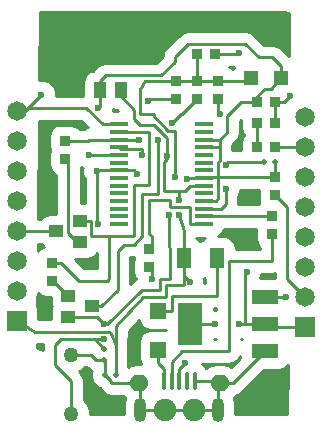
<source format=gtl>
G04 #@! TF.FileFunction,Copper,L1,Top,Signal*
%FSLAX46Y46*%
G04 Gerber Fmt 4.6, Leading zero omitted, Abs format (unit mm)*
G04 Created by KiCad (PCBNEW 4.0.7) date Thu Oct 12 12:28:44 2017*
%MOMM*%
%LPD*%
G01*
G04 APERTURE LIST*
%ADD10C,0.200000*%
%ADD11C,1.270000*%
%ADD12C,0.497840*%
%ADD13R,1.016000X1.397000*%
%ADD14R,1.270000X1.270000*%
%ADD15R,1.651000X1.651000*%
%ADD16C,1.651000*%
%ADD17R,1.397000X1.397000*%
%ADD18R,1.270000X1.778000*%
%ADD19R,1.143000X1.016000*%
%ADD20R,0.889000X0.889000*%
%ADD21R,2.286000X1.270000*%
%ADD22R,2.159000X3.556000*%
%ADD23R,1.498600X0.398780*%
%ADD24O,0.398780X1.498600*%
%ADD25O,1.597660X1.399540*%
%ADD26O,1.016000X2.032000*%
%ADD27C,1.899920*%
%ADD28C,0.600000*%
%ADD29C,0.250000*%
%ADD30C,0.254000*%
G04 APERTURE END LIST*
D10*
D11*
X157480000Y-99019360D03*
X157480000Y-94020640D03*
D12*
X161244280Y-95758000D03*
X160319720Y-95758000D03*
D13*
X161671000Y-71628000D03*
X159893000Y-71628000D03*
D14*
X172720000Y-70612000D03*
X175260000Y-70612000D03*
D12*
X160274000Y-93517720D03*
X160274000Y-94442280D03*
D15*
X152908000Y-91186000D03*
D16*
X152908000Y-88646000D03*
X152908000Y-86106000D03*
X152908000Y-83566000D03*
X152908000Y-81026000D03*
X152908000Y-78486000D03*
X152908000Y-75946000D03*
X152908000Y-73406000D03*
D15*
X177292000Y-91694000D03*
D16*
X177292000Y-89154000D03*
X177292000Y-86614000D03*
X177292000Y-84074000D03*
X177292000Y-81534000D03*
X177292000Y-78994000D03*
X177292000Y-76454000D03*
X177292000Y-73914000D03*
D17*
X164846000Y-93599000D03*
X164846000Y-90297000D03*
D18*
X169799000Y-85852000D03*
X167005000Y-85852000D03*
D19*
X158242000Y-84455000D03*
X158242000Y-82677000D03*
X156210000Y-83566000D03*
X157226000Y-89027000D03*
X157226000Y-90805000D03*
X159258000Y-89916000D03*
D20*
X174752000Y-76454000D03*
X173228000Y-76454000D03*
X173228000Y-74422000D03*
X174752000Y-74422000D03*
X174752000Y-72644000D03*
X173228000Y-72644000D03*
X164084000Y-86614000D03*
X164084000Y-85090000D03*
X174498000Y-83820000D03*
X174498000Y-82296000D03*
X169926000Y-70866000D03*
X169926000Y-72390000D03*
X168148000Y-70866000D03*
X168148000Y-72390000D03*
X166370000Y-70866000D03*
X166370000Y-72390000D03*
X168148000Y-68580000D03*
X169672000Y-68580000D03*
X174752000Y-78994000D03*
X174752000Y-80518000D03*
X156972000Y-77470000D03*
X156972000Y-75946000D03*
X155829000Y-87757000D03*
X155829000Y-86233000D03*
D21*
X173863000Y-93726000D03*
X173863000Y-91440000D03*
X173863000Y-89154000D03*
D22*
X167513000Y-91440000D03*
D23*
X161475420Y-74515980D03*
X161475420Y-75166220D03*
X161475420Y-75816460D03*
X161475420Y-76466700D03*
X161475420Y-77116940D03*
X161475420Y-77767180D03*
X161475420Y-78417420D03*
X161475420Y-79062580D03*
X161475420Y-79712820D03*
X161475420Y-80363060D03*
X161475420Y-81013300D03*
X161475420Y-81663540D03*
X161475420Y-82313780D03*
X161475420Y-82964020D03*
X168724580Y-82964020D03*
X168724580Y-82313780D03*
X168724580Y-81663540D03*
X168724580Y-81013300D03*
X168724580Y-80363060D03*
X168724580Y-79712820D03*
X168724580Y-79062580D03*
X168724580Y-78417420D03*
X168724580Y-77767180D03*
X168724580Y-77116940D03*
X168724580Y-76466700D03*
X168724580Y-75816460D03*
X168724580Y-75166220D03*
X168724580Y-74515980D03*
D24*
X165326060Y-96260920D03*
X165976300Y-96260920D03*
X166624000Y-96260920D03*
X167271700Y-96260920D03*
X167921940Y-96260920D03*
D25*
X163225480Y-96438720D03*
D26*
X163324540Y-98686620D03*
D27*
X165425120Y-98686620D03*
X167822880Y-98686620D03*
D26*
X169923460Y-98686620D03*
D25*
X170022520Y-96438720D03*
D12*
X174706280Y-77724000D03*
X173781720Y-77724000D03*
D28*
X163068000Y-78740000D03*
X167259000Y-79121000D03*
X159766000Y-82931000D03*
X159639000Y-78486000D03*
X159766000Y-73152000D03*
X163957000Y-72517000D03*
X159004000Y-77089000D03*
X154940000Y-72009000D03*
X165989000Y-74422000D03*
X163195000Y-75819000D03*
X164846000Y-75819000D03*
X176022000Y-72136000D03*
X164338000Y-87630000D03*
X167132000Y-94742000D03*
X170053000Y-73660000D03*
X166624000Y-80899000D03*
X166624000Y-82169000D03*
X165608000Y-77216000D03*
X163449000Y-77089000D03*
X167513000Y-87884000D03*
X175641000Y-89154000D03*
X170561000Y-80010000D03*
X170561000Y-77978000D03*
X166243000Y-78994000D03*
X172339000Y-86995000D03*
X169672000Y-91440000D03*
X171704000Y-91440000D03*
X165735000Y-82169000D03*
X160274000Y-91440000D03*
X160274000Y-92710000D03*
X171704000Y-68453000D03*
D29*
X162745420Y-78417420D02*
X163068000Y-78740000D01*
X167259000Y-79121000D02*
X167317420Y-79062580D01*
X168724580Y-79062580D02*
X167317420Y-79062580D01*
X162745420Y-78417420D02*
X161475420Y-78417420D01*
X159639000Y-82804000D02*
X159639000Y-78486000D01*
X159766000Y-82931000D02*
X159639000Y-82804000D01*
X175260000Y-70612000D02*
X175260000Y-69596000D01*
X159893000Y-70866000D02*
X159893000Y-71628000D01*
X160401000Y-70358000D02*
X159893000Y-70866000D01*
X165100000Y-70358000D02*
X160401000Y-70358000D01*
X166243000Y-69215000D02*
X165100000Y-70358000D01*
X166243000Y-68834000D02*
X166243000Y-69215000D01*
X167386000Y-67691000D02*
X166243000Y-68834000D01*
X172212000Y-67691000D02*
X167386000Y-67691000D01*
X173355000Y-68834000D02*
X172212000Y-67691000D01*
X174498000Y-68834000D02*
X173355000Y-68834000D01*
X175260000Y-69596000D02*
X174498000Y-68834000D01*
X167822880Y-98686620D02*
X169923460Y-98686620D01*
X165425120Y-98686620D02*
X167822880Y-98686620D01*
X163324540Y-98686620D02*
X165425120Y-98686620D01*
X163324540Y-98686620D02*
X163324540Y-96537780D01*
X163324540Y-96537780D02*
X163225480Y-96438720D01*
X169923460Y-98686620D02*
X169923460Y-96537780D01*
X169923460Y-96537780D02*
X170022520Y-96438720D01*
X167921940Y-96260920D02*
X169844720Y-96260920D01*
X169844720Y-96260920D02*
X170022520Y-96438720D01*
X157480000Y-94020640D02*
X159171640Y-94020640D01*
X159593280Y-94442280D02*
X160274000Y-94442280D01*
X159171640Y-94020640D02*
X159593280Y-94442280D01*
X160319720Y-95758000D02*
X160319720Y-94488000D01*
X160319720Y-94488000D02*
X160274000Y-94442280D01*
X163225480Y-96438720D02*
X160863280Y-96438720D01*
X160817560Y-96255840D02*
X160319720Y-95758000D01*
X160817560Y-96393000D02*
X160817560Y-96255840D01*
X160863280Y-96438720D02*
X160817560Y-96393000D01*
X170022520Y-96438720D02*
X171150280Y-96438720D01*
X171150280Y-96438720D02*
X173863000Y-93726000D01*
X168724580Y-81013300D02*
X169684700Y-81013300D01*
X169926000Y-80772000D02*
X169926000Y-78994000D01*
X169684700Y-81013300D02*
X169926000Y-80772000D01*
X161475420Y-78417420D02*
X159707580Y-78417420D01*
X159707580Y-78417420D02*
X159639000Y-78486000D01*
X159893000Y-73025000D02*
X159893000Y-71628000D01*
X159766000Y-73152000D02*
X159893000Y-73025000D01*
X173228000Y-72644000D02*
X171831000Y-72644000D01*
X170688000Y-75178920D02*
X170050460Y-75816460D01*
X170688000Y-73787000D02*
X170688000Y-75178920D01*
X171831000Y-72644000D02*
X170688000Y-73787000D01*
X170053000Y-76454000D02*
X170053000Y-77597000D01*
X169926000Y-77724000D02*
X169926000Y-78994000D01*
X170053000Y-77597000D02*
X169926000Y-77724000D01*
X168724580Y-75816460D02*
X170050460Y-75816460D01*
X169913300Y-76466700D02*
X168724580Y-76466700D01*
X169926000Y-76454000D02*
X169913300Y-76466700D01*
X170053000Y-76454000D02*
X170053000Y-76454000D01*
X170053000Y-76454000D02*
X169926000Y-76454000D01*
X170053000Y-75946000D02*
X170053000Y-76454000D01*
X170050460Y-75816460D02*
X170053000Y-75946000D01*
X174752000Y-78994000D02*
X169926000Y-78994000D01*
X169926000Y-78994000D02*
X168793160Y-78994000D01*
X168793160Y-78994000D02*
X168724580Y-79062580D01*
X174752000Y-78994000D02*
X174752000Y-77769720D01*
X174752000Y-77769720D02*
X174706280Y-77724000D01*
X173228000Y-72644000D02*
X173228000Y-72136000D01*
X174371000Y-71501000D02*
X175260000Y-70612000D01*
X173863000Y-71501000D02*
X174371000Y-71501000D01*
X173228000Y-72136000D02*
X173863000Y-71501000D01*
X164084000Y-72390000D02*
X166370000Y-72390000D01*
X163957000Y-72517000D02*
X164084000Y-72390000D01*
X161475420Y-77116940D02*
X159031940Y-77116940D01*
X159031940Y-77116940D02*
X159004000Y-77089000D01*
X161475420Y-74515980D02*
X160113980Y-74515980D01*
X158750000Y-73152000D02*
X153797000Y-73152000D01*
X160113980Y-74515980D02*
X158750000Y-73152000D01*
X152908000Y-73406000D02*
X153543000Y-73406000D01*
X153543000Y-73406000D02*
X153797000Y-73152000D01*
X153797000Y-73152000D02*
X154940000Y-72009000D01*
X177292000Y-89154000D02*
X175768000Y-87630000D01*
X175768000Y-81534000D02*
X174752000Y-80518000D01*
X175768000Y-87630000D02*
X175768000Y-81534000D01*
X174752000Y-76454000D02*
X177292000Y-76454000D01*
X165326060Y-96260920D02*
X165326060Y-95222060D01*
X164846000Y-94742000D02*
X164846000Y-93599000D01*
X165326060Y-95222060D02*
X164846000Y-94742000D01*
X164846000Y-90297000D02*
X165227000Y-90297000D01*
X165227000Y-90297000D02*
X165989000Y-90297000D01*
X165989000Y-90297000D02*
X165989000Y-90297000D01*
X165989000Y-90297000D02*
X165989000Y-89027000D01*
X165989000Y-89027000D02*
X169799000Y-89027000D01*
X169799000Y-89027000D02*
X169799000Y-88138000D01*
X169799000Y-88138000D02*
X169799000Y-85852000D01*
X158242000Y-84455000D02*
X157988000Y-84455000D01*
X157988000Y-84455000D02*
X157226000Y-83693000D01*
X157226000Y-83693000D02*
X157226000Y-77724000D01*
X157226000Y-77724000D02*
X156972000Y-77470000D01*
X155829000Y-86233000D02*
X156591000Y-86233000D01*
X160655000Y-87630000D02*
X160655000Y-83947000D01*
X160528000Y-87757000D02*
X160655000Y-87630000D01*
X158115000Y-87757000D02*
X160528000Y-87757000D01*
X156591000Y-86233000D02*
X158115000Y-87757000D01*
X161475420Y-75166220D02*
X164084010Y-75182422D01*
X164084010Y-75182422D02*
X164084010Y-75200202D01*
X158242000Y-82677000D02*
X159131000Y-82677000D01*
X162814000Y-79629000D02*
X164084000Y-79629000D01*
X164084000Y-79629000D02*
X164084010Y-75200202D01*
X162814000Y-83947000D02*
X162814000Y-79629000D01*
X159139211Y-83946947D02*
X160655000Y-83947000D01*
X160655000Y-83947000D02*
X162814000Y-83947000D01*
X159131000Y-82677000D02*
X159139211Y-83946947D01*
X166878000Y-73660000D02*
X168148000Y-72390000D01*
X166751000Y-73660000D02*
X166878000Y-73660000D01*
X165989000Y-74422000D02*
X166751000Y-73660000D01*
X152908000Y-83566000D02*
X156210000Y-83566000D01*
X155829000Y-87757000D02*
X155956000Y-87757000D01*
X155956000Y-87757000D02*
X157226000Y-89027000D01*
X159258000Y-89916000D02*
X160020000Y-89916000D01*
X163192460Y-75816460D02*
X161475420Y-75816460D01*
X163195000Y-75819000D02*
X163192460Y-75816460D01*
X164846000Y-80391000D02*
X164846000Y-75819000D01*
X163449000Y-80391000D02*
X164846000Y-80391000D01*
X163449000Y-83947000D02*
X163449000Y-80391000D01*
X162814000Y-84709000D02*
X163449000Y-83947000D01*
X161925000Y-84709000D02*
X162814000Y-84709000D01*
X161417000Y-85217000D02*
X161925000Y-84709000D01*
X161417000Y-88519000D02*
X161417000Y-85217000D01*
X160020000Y-89916000D02*
X161417000Y-88519000D01*
X161475420Y-75816460D02*
X159006540Y-75816460D01*
X158877000Y-75946000D02*
X156972000Y-75946000D01*
X159006540Y-75816460D02*
X158877000Y-75946000D01*
X173228000Y-74422000D02*
X173228000Y-76454000D01*
X175514000Y-72644000D02*
X176022000Y-72136000D01*
X174752000Y-72644000D02*
X175514000Y-72644000D01*
X174752000Y-74422000D02*
X174752000Y-72644000D01*
X166624000Y-96260920D02*
X166624000Y-95250000D01*
X164338000Y-87503000D02*
X164338000Y-86614000D01*
X164338000Y-87630000D02*
X164338000Y-87503000D01*
X166624000Y-95250000D02*
X167132000Y-94742000D01*
X164338000Y-85090000D02*
X164338000Y-84074000D01*
X167606980Y-82964020D02*
X168724580Y-82964020D01*
X167513000Y-82931000D02*
X167606980Y-82964020D01*
X167513000Y-82677000D02*
X167513000Y-82931000D01*
X167513000Y-81534000D02*
X167513000Y-82677000D01*
X164084000Y-80899000D02*
X165862000Y-80899000D01*
X165862000Y-80899000D02*
X165862000Y-81534000D01*
X165862000Y-81534000D02*
X167513000Y-81534000D01*
X164026002Y-80956998D02*
X164084000Y-80899000D01*
X164026002Y-83762002D02*
X164026002Y-80956998D01*
X164338000Y-84074000D02*
X164026002Y-83762002D01*
X165976300Y-96260920D02*
X165976300Y-94627700D01*
X174498000Y-86106000D02*
X174498000Y-83820000D01*
X170815000Y-86106000D02*
X174498000Y-86106000D01*
X170802893Y-92963966D02*
X170815000Y-86106000D01*
X170813271Y-93726024D02*
X170802893Y-92963966D01*
X166878000Y-93726000D02*
X170813271Y-93726024D01*
X165976300Y-94627700D02*
X166878000Y-93726000D01*
X168724580Y-82313780D02*
X174480220Y-82313780D01*
X174480220Y-82313780D02*
X174498000Y-82296000D01*
X169926000Y-73533000D02*
X169926000Y-72390000D01*
X170053000Y-73660000D02*
X169926000Y-73533000D01*
X161671000Y-71628000D02*
X161671000Y-72136000D01*
X161671000Y-72136000D02*
X162814000Y-73279000D01*
X162814000Y-73279000D02*
X162814000Y-74041000D01*
X162814000Y-74041000D02*
X163322000Y-74549000D01*
X163322000Y-74549000D02*
X164465000Y-74549000D01*
X164465000Y-74549000D02*
X165608000Y-75692000D01*
X165608000Y-75692000D02*
X165608000Y-77216000D01*
X167005000Y-85852000D02*
X167005000Y-83566000D01*
X166624000Y-80899000D02*
X166624000Y-80137000D01*
X167005000Y-83566000D02*
X166624000Y-82169000D01*
X165608000Y-77216000D02*
X165608000Y-77470000D01*
X165354000Y-80137000D02*
X166624000Y-80137000D01*
X165354000Y-77724000D02*
X165354000Y-80137000D01*
X165608000Y-77470000D02*
X165354000Y-77724000D01*
X168724580Y-79712820D02*
X167556180Y-79712820D01*
X167132000Y-80137000D02*
X166624000Y-80137000D01*
X167556180Y-79712820D02*
X167132000Y-80137000D01*
X163449000Y-76581000D02*
X161589720Y-76581000D01*
X165608000Y-77216000D02*
X165608000Y-77216000D01*
X163449000Y-77089000D02*
X163449000Y-76581000D01*
X161589720Y-76581000D02*
X161475420Y-76466700D01*
X173863000Y-89154000D02*
X175641000Y-89154000D01*
X167005000Y-87376000D02*
X167005000Y-85852000D01*
X167513000Y-87884000D02*
X167005000Y-87376000D01*
X167005000Y-85852000D02*
X167005000Y-86614000D01*
X167005000Y-86614000D02*
X167005000Y-88138000D01*
X167005000Y-88138000D02*
X165481000Y-88138000D01*
X165481000Y-88138000D02*
X165481000Y-89154000D01*
X165481000Y-89154000D02*
X163576000Y-89154000D01*
X163576000Y-89154000D02*
X161287479Y-91564607D01*
X161287479Y-91564607D02*
X161244280Y-93172280D01*
X152908000Y-91186000D02*
X152908000Y-91186001D01*
X152908000Y-91186001D02*
X154432000Y-92075001D01*
X154432000Y-92075001D02*
X160782000Y-92075000D01*
X160782000Y-92075000D02*
X161244280Y-93172280D01*
X161244280Y-93172280D02*
X161244280Y-95758000D01*
X168724580Y-81663540D02*
X170177460Y-81663540D01*
X170688000Y-77724000D02*
X170561000Y-77978000D01*
X170688000Y-77724000D02*
X173781720Y-77724000D01*
X170561000Y-81280000D02*
X170561000Y-80010000D01*
X170177460Y-81663540D02*
X170561000Y-81280000D01*
X166370000Y-70866000D02*
X163703000Y-70866000D01*
X166243353Y-75066035D02*
X166243000Y-78994000D01*
X164401417Y-73726742D02*
X165694360Y-75087480D01*
X165694360Y-75087480D02*
X166243353Y-75066035D01*
X164465000Y-73660000D02*
X164401417Y-73726742D01*
X163322000Y-73660000D02*
X164465000Y-73660000D01*
X163322000Y-71501000D02*
X163322000Y-73660000D01*
X163703000Y-70866000D02*
X163322000Y-71501000D01*
X172212000Y-91440000D02*
X172212000Y-87122000D01*
X172212000Y-87122000D02*
X172339000Y-86995000D01*
X173863000Y-91440000D02*
X172212000Y-91440000D01*
X172212000Y-91440000D02*
X171704000Y-91440000D01*
X169672000Y-91440000D02*
X167513000Y-91440000D01*
X177292000Y-91694000D02*
X174117000Y-91694000D01*
X174117000Y-91694000D02*
X173863000Y-91440000D01*
X166370000Y-70866000D02*
X168148000Y-70866000D01*
X169926000Y-70866000D02*
X172466000Y-70866000D01*
X172466000Y-70866000D02*
X172720000Y-70612000D01*
X168148000Y-70866000D02*
X169926000Y-70866000D01*
X168148000Y-68580000D02*
X168148000Y-70866000D01*
X160274000Y-91440000D02*
X160528000Y-91440000D01*
X165862000Y-87630000D02*
X165735000Y-82169000D01*
X164973000Y-88519000D02*
X164973000Y-87630000D01*
X164973000Y-87630000D02*
X165862000Y-87630000D01*
X163449000Y-88519000D02*
X164973000Y-88519000D01*
X160528000Y-91440000D02*
X163449000Y-88519000D01*
X159489140Y-92732860D02*
X160251140Y-92732860D01*
X159639000Y-90805000D02*
X157226000Y-90805000D01*
X160274000Y-91440000D02*
X159639000Y-90805000D01*
X160251140Y-92732860D02*
X160274000Y-92710000D01*
X157480000Y-99019360D02*
X157480000Y-96266000D01*
X159466280Y-92710000D02*
X159489140Y-92732860D01*
X159489140Y-92732860D02*
X160274000Y-93517720D01*
X156591000Y-92710000D02*
X159466280Y-92710000D01*
X156083000Y-93218000D02*
X156591000Y-92710000D01*
X156083000Y-94869000D02*
X156083000Y-93218000D01*
X157480000Y-96266000D02*
X156083000Y-94869000D01*
X171704000Y-68453000D02*
X171577000Y-68580000D01*
X171577000Y-68580000D02*
X169672000Y-68580000D01*
D30*
G36*
X158849404Y-95186156D02*
X159189533Y-95413423D01*
X159144004Y-95523069D01*
X159143596Y-95990879D01*
X159322242Y-96423235D01*
X159652745Y-96754315D01*
X159881546Y-96849322D01*
X160073684Y-97136876D01*
X160119404Y-97182596D01*
X160460697Y-97410641D01*
X160863280Y-97490720D01*
X161876627Y-97490720D01*
X161942309Y-97589020D01*
X161992567Y-97622602D01*
X161889540Y-98140554D01*
X161889540Y-99056600D01*
X159041968Y-99056600D01*
X159042270Y-98710022D01*
X158804971Y-98135714D01*
X158532000Y-97862266D01*
X158532000Y-96266000D01*
X158451921Y-95863417D01*
X158405474Y-95793904D01*
X158223876Y-95522123D01*
X158139839Y-95438086D01*
X158363646Y-95345611D01*
X158637094Y-95072640D01*
X158735888Y-95072640D01*
X158849404Y-95186156D01*
X158849404Y-95186156D01*
G37*
X158849404Y-95186156D02*
X159189533Y-95413423D01*
X159144004Y-95523069D01*
X159143596Y-95990879D01*
X159322242Y-96423235D01*
X159652745Y-96754315D01*
X159881546Y-96849322D01*
X160073684Y-97136876D01*
X160119404Y-97182596D01*
X160460697Y-97410641D01*
X160863280Y-97490720D01*
X161876627Y-97490720D01*
X161942309Y-97589020D01*
X161992567Y-97622602D01*
X161889540Y-98140554D01*
X161889540Y-99056600D01*
X159041968Y-99056600D01*
X159042270Y-98710022D01*
X158804971Y-98135714D01*
X158532000Y-97862266D01*
X158532000Y-96266000D01*
X158451921Y-95863417D01*
X158405474Y-95793904D01*
X158223876Y-95522123D01*
X158139839Y-95438086D01*
X158363646Y-95345611D01*
X158637094Y-95072640D01*
X158735888Y-95072640D01*
X158849404Y-95186156D01*
G36*
X175771153Y-99056600D02*
X171358460Y-99056600D01*
X171358460Y-98140554D01*
X171255433Y-97622602D01*
X171305691Y-97589020D01*
X171405263Y-97440001D01*
X171552863Y-97410641D01*
X171894156Y-97182596D01*
X173770592Y-95306161D01*
X175006000Y-95306161D01*
X175349526Y-95241522D01*
X175665033Y-95038499D01*
X175785976Y-94861493D01*
X175771153Y-99056600D01*
X175771153Y-99056600D01*
G37*
X175771153Y-99056600D02*
X171358460Y-99056600D01*
X171358460Y-98140554D01*
X171255433Y-97622602D01*
X171305691Y-97589020D01*
X171405263Y-97440001D01*
X171552863Y-97410641D01*
X171894156Y-97182596D01*
X173770592Y-95306161D01*
X175006000Y-95306161D01*
X175349526Y-95241522D01*
X175665033Y-95038499D01*
X175785976Y-94861493D01*
X175771153Y-99056600D01*
G36*
X171774839Y-94326408D02*
X171010241Y-95091006D01*
X170777929Y-94935780D01*
X170155391Y-94811950D01*
X169889649Y-94811950D01*
X169267111Y-94935780D01*
X168912763Y-95172548D01*
X168718418Y-94881691D01*
X168563249Y-94778010D01*
X170813265Y-94778024D01*
X170820420Y-94776601D01*
X170827596Y-94777927D01*
X171021484Y-94736608D01*
X171215848Y-94697947D01*
X171221914Y-94693894D01*
X171229051Y-94692373D01*
X171392346Y-94580017D01*
X171557142Y-94469905D01*
X171561196Y-94463838D01*
X171567207Y-94459702D01*
X171675063Y-94293427D01*
X171774839Y-94144104D01*
X171774839Y-94326408D01*
X171774839Y-94326408D01*
G37*
X171774839Y-94326408D02*
X171010241Y-95091006D01*
X170777929Y-94935780D01*
X170155391Y-94811950D01*
X169889649Y-94811950D01*
X169267111Y-94935780D01*
X168912763Y-95172548D01*
X168718418Y-94881691D01*
X168563249Y-94778010D01*
X170813265Y-94778024D01*
X170820420Y-94776601D01*
X170827596Y-94777927D01*
X171021484Y-94736608D01*
X171215848Y-94697947D01*
X171221914Y-94693894D01*
X171229051Y-94692373D01*
X171392346Y-94580017D01*
X171557142Y-94469905D01*
X171561196Y-94463838D01*
X171567207Y-94459702D01*
X171675063Y-94293427D01*
X171774839Y-94144104D01*
X171774839Y-94326408D01*
G36*
X163266978Y-91339026D02*
X163470001Y-91654533D01*
X163779779Y-91866196D01*
X164147500Y-91940661D01*
X165488339Y-91940661D01*
X165488339Y-91955339D01*
X164147500Y-91955339D01*
X163803974Y-92019978D01*
X163488467Y-92223001D01*
X163276804Y-92532779D01*
X163202339Y-92900500D01*
X163202339Y-94297500D01*
X163266978Y-94641026D01*
X163379697Y-94816196D01*
X163358351Y-94811950D01*
X163092609Y-94811950D01*
X162470071Y-94935780D01*
X162296280Y-95051904D01*
X162296280Y-93186396D01*
X162328260Y-91996256D01*
X163214909Y-91062306D01*
X163266978Y-91339026D01*
X163266978Y-91339026D01*
G37*
X163266978Y-91339026D02*
X163470001Y-91654533D01*
X163779779Y-91866196D01*
X164147500Y-91940661D01*
X165488339Y-91940661D01*
X165488339Y-91955339D01*
X164147500Y-91955339D01*
X163803974Y-92019978D01*
X163488467Y-92223001D01*
X163276804Y-92532779D01*
X163202339Y-92900500D01*
X163202339Y-94297500D01*
X163266978Y-94641026D01*
X163379697Y-94816196D01*
X163358351Y-94811950D01*
X163092609Y-94811950D01*
X162470071Y-94935780D01*
X162296280Y-95051904D01*
X162296280Y-93186396D01*
X162328260Y-91996256D01*
X163214909Y-91062306D01*
X163266978Y-91339026D01*
G36*
X155031000Y-93218000D02*
X155031000Y-93666231D01*
X154565759Y-93433610D01*
X154568346Y-93127001D01*
X155049101Y-93127001D01*
X155031000Y-93218000D01*
X155031000Y-93218000D01*
G37*
X155031000Y-93218000D02*
X155031000Y-93666231D01*
X154565759Y-93433610D01*
X154568346Y-93127001D01*
X155049101Y-93127001D01*
X155031000Y-93218000D01*
G36*
X171887648Y-92667160D02*
X171855335Y-92714453D01*
X171855418Y-92667132D01*
X171887648Y-92667160D01*
X171887648Y-92667160D01*
G37*
X171887648Y-92667160D02*
X171855335Y-92714453D01*
X171855418Y-92667132D01*
X171887648Y-92667160D01*
G36*
X169751416Y-92667069D02*
X169751404Y-92674018D01*
X169537661Y-92674016D01*
X169537661Y-92666883D01*
X169751416Y-92667069D01*
X169751416Y-92667069D01*
G37*
X169751416Y-92667069D02*
X169751404Y-92674018D01*
X169537661Y-92674016D01*
X169537661Y-92666883D01*
X169751416Y-92667069D01*
G36*
X154707001Y-88860533D02*
X155016779Y-89072196D01*
X155384500Y-89146661D01*
X155709339Y-89146661D01*
X155709339Y-89535000D01*
X155773978Y-89878526D01*
X155795563Y-89912070D01*
X155783804Y-89929279D01*
X155709339Y-90297000D01*
X155709339Y-91023001D01*
X154716408Y-91023001D01*
X154678661Y-91000982D01*
X154678661Y-90360500D01*
X154614022Y-90016974D01*
X154594843Y-89987168D01*
X154602024Y-89136217D01*
X154660196Y-88996123D01*
X154660377Y-88788078D01*
X154707001Y-88860533D01*
X154707001Y-88860533D01*
G37*
X154707001Y-88860533D02*
X155016779Y-89072196D01*
X155384500Y-89146661D01*
X155709339Y-89146661D01*
X155709339Y-89535000D01*
X155773978Y-89878526D01*
X155795563Y-89912070D01*
X155783804Y-89929279D01*
X155709339Y-90297000D01*
X155709339Y-91023001D01*
X154716408Y-91023001D01*
X154678661Y-91000982D01*
X154678661Y-90360500D01*
X154614022Y-90016974D01*
X154594843Y-89987168D01*
X154602024Y-89136217D01*
X154660196Y-88996123D01*
X154660377Y-88788078D01*
X154707001Y-88860533D01*
G36*
X169755748Y-90213073D02*
X169537661Y-90212883D01*
X169537661Y-90079000D01*
X169755985Y-90079000D01*
X169755748Y-90213073D01*
X169755748Y-90213073D01*
G37*
X169755748Y-90213073D02*
X169537661Y-90212883D01*
X169537661Y-90079000D01*
X169755985Y-90079000D01*
X169755748Y-90213073D01*
G36*
X162756274Y-85863655D02*
X162694339Y-86169500D01*
X162694339Y-87058500D01*
X162758978Y-87402026D01*
X162910679Y-87637776D01*
X162705124Y-87775124D01*
X162469000Y-88011248D01*
X162469000Y-85761000D01*
X162736958Y-85761000D01*
X162756274Y-85863655D01*
X162756274Y-85863655D01*
G37*
X162756274Y-85863655D02*
X162694339Y-86169500D01*
X162694339Y-87058500D01*
X162758978Y-87402026D01*
X162910679Y-87637776D01*
X162705124Y-87775124D01*
X162469000Y-88011248D01*
X162469000Y-85761000D01*
X162736958Y-85761000D01*
X162756274Y-85863655D01*
G36*
X168747000Y-87578025D02*
X168747000Y-87975000D01*
X168739921Y-87975000D01*
X168740212Y-87641005D01*
X168701282Y-87546787D01*
X168747000Y-87578025D01*
X168747000Y-87578025D01*
G37*
X168747000Y-87578025D02*
X168747000Y-87975000D01*
X168739921Y-87975000D01*
X168740212Y-87641005D01*
X168701282Y-87546787D01*
X168747000Y-87578025D01*
G36*
X174716000Y-87573839D02*
X173427220Y-87573839D01*
X173565786Y-87240136D01*
X173565858Y-87158000D01*
X174498000Y-87158000D01*
X174716000Y-87114637D01*
X174716000Y-87573839D01*
X174716000Y-87573839D01*
G37*
X174716000Y-87573839D02*
X173427220Y-87573839D01*
X173565786Y-87240136D01*
X173565858Y-87158000D01*
X174498000Y-87158000D01*
X174716000Y-87114637D01*
X174716000Y-87573839D01*
G36*
X159603000Y-86705000D02*
X158550753Y-86705000D01*
X157753913Y-85908161D01*
X158813500Y-85908161D01*
X159157026Y-85843522D01*
X159472533Y-85640499D01*
X159603000Y-85449555D01*
X159603000Y-86705000D01*
X159603000Y-86705000D01*
G37*
X159603000Y-86705000D02*
X158550753Y-86705000D01*
X157753913Y-85908161D01*
X158813500Y-85908161D01*
X159157026Y-85843522D01*
X159472533Y-85640499D01*
X159603000Y-85449555D01*
X159603000Y-86705000D01*
G36*
X154961001Y-84733033D02*
X155179024Y-84882002D01*
X155040974Y-84907978D01*
X154725467Y-85111001D01*
X154634873Y-85243590D01*
X154640152Y-84618000D01*
X154886979Y-84618000D01*
X154961001Y-84733033D01*
X154961001Y-84733033D01*
G37*
X154961001Y-84733033D02*
X155179024Y-84882002D01*
X155040974Y-84907978D01*
X154725467Y-85111001D01*
X154634873Y-85243590D01*
X154640152Y-84618000D01*
X154886979Y-84618000D01*
X154961001Y-84733033D01*
G36*
X173108339Y-83375500D02*
X173108339Y-84264500D01*
X173172978Y-84608026D01*
X173376001Y-84923533D01*
X173446000Y-84971361D01*
X173446000Y-85054000D01*
X171379161Y-85054000D01*
X171379161Y-84963000D01*
X171314522Y-84619474D01*
X171111499Y-84303967D01*
X170801721Y-84092304D01*
X170434000Y-84017839D01*
X169857956Y-84017839D01*
X170132913Y-83840909D01*
X170344576Y-83531131D01*
X170378060Y-83365780D01*
X173110307Y-83365780D01*
X173108339Y-83375500D01*
X173108339Y-83375500D01*
G37*
X173108339Y-83375500D02*
X173108339Y-84264500D01*
X173172978Y-84608026D01*
X173376001Y-84923533D01*
X173446000Y-84971361D01*
X173446000Y-85054000D01*
X171379161Y-85054000D01*
X171379161Y-84963000D01*
X171314522Y-84619474D01*
X171111499Y-84303967D01*
X170801721Y-84092304D01*
X170434000Y-84017839D01*
X169857956Y-84017839D01*
X170132913Y-83840909D01*
X170344576Y-83531131D01*
X170378060Y-83365780D01*
X173110307Y-83365780D01*
X173108339Y-83375500D01*
G36*
X168504967Y-84285501D02*
X168402302Y-84435755D01*
X168317499Y-84303967D01*
X168057000Y-84125975D01*
X168057000Y-84108571D01*
X168779924Y-84108571D01*
X168504967Y-84285501D01*
X168504967Y-84285501D01*
G37*
X168504967Y-84285501D02*
X168402302Y-84435755D01*
X168317499Y-84303967D01*
X168057000Y-84125975D01*
X168057000Y-84108571D01*
X168779924Y-84108571D01*
X168504967Y-84285501D01*
G36*
X158896580Y-74786332D02*
X158614374Y-74842467D01*
X158603957Y-74844539D01*
X158529933Y-74894000D01*
X158127160Y-74894000D01*
X158093999Y-74842467D01*
X157784221Y-74630804D01*
X157416500Y-74556339D01*
X156527500Y-74556339D01*
X156183974Y-74620978D01*
X155868467Y-74824001D01*
X155656804Y-75133779D01*
X155582339Y-75501500D01*
X155582339Y-76390500D01*
X155644274Y-76719655D01*
X155582339Y-77025500D01*
X155582339Y-77914500D01*
X155646978Y-78258026D01*
X155850001Y-78573533D01*
X156159779Y-78785196D01*
X156174000Y-78788076D01*
X156174000Y-82112839D01*
X155638500Y-82112839D01*
X155294974Y-82177478D01*
X154979467Y-82380501D01*
X154888251Y-82514000D01*
X154657907Y-82514000D01*
X154728034Y-74204000D01*
X158314248Y-74204000D01*
X158896580Y-74786332D01*
X158896580Y-74786332D01*
G37*
X158896580Y-74786332D02*
X158614374Y-74842467D01*
X158603957Y-74844539D01*
X158529933Y-74894000D01*
X158127160Y-74894000D01*
X158093999Y-74842467D01*
X157784221Y-74630804D01*
X157416500Y-74556339D01*
X156527500Y-74556339D01*
X156183974Y-74620978D01*
X155868467Y-74824001D01*
X155656804Y-75133779D01*
X155582339Y-75501500D01*
X155582339Y-76390500D01*
X155644274Y-76719655D01*
X155582339Y-77025500D01*
X155582339Y-77914500D01*
X155646978Y-78258026D01*
X155850001Y-78573533D01*
X156159779Y-78785196D01*
X156174000Y-78788076D01*
X156174000Y-82112839D01*
X155638500Y-82112839D01*
X155294974Y-82177478D01*
X154979467Y-82380501D01*
X154888251Y-82514000D01*
X154657907Y-82514000D01*
X154728034Y-74204000D01*
X158314248Y-74204000D01*
X158896580Y-74786332D01*
G36*
X173362339Y-80073500D02*
X173362339Y-80962500D01*
X173401307Y-81169599D01*
X173394467Y-81174001D01*
X173334490Y-81261780D01*
X171613000Y-81261780D01*
X171613000Y-80676068D01*
X171787786Y-80255136D01*
X171787969Y-80046000D01*
X173367908Y-80046000D01*
X173362339Y-80073500D01*
X173362339Y-80073500D01*
G37*
X173362339Y-80073500D02*
X173362339Y-80962500D01*
X173401307Y-81169599D01*
X173394467Y-81174001D01*
X173334490Y-81261780D01*
X171613000Y-81261780D01*
X171613000Y-80676068D01*
X171787786Y-80255136D01*
X171787969Y-80046000D01*
X173367908Y-80046000D01*
X173362339Y-80073500D01*
G36*
X158436659Y-78181995D02*
X158412214Y-78240864D01*
X158411788Y-78728995D01*
X158587000Y-79153040D01*
X158587000Y-81223839D01*
X158278000Y-81223839D01*
X158278000Y-78295680D01*
X158287196Y-78282221D01*
X158317511Y-78132520D01*
X158436659Y-78181995D01*
X158436659Y-78181995D01*
G37*
X158436659Y-78181995D02*
X158412214Y-78240864D01*
X158411788Y-78728995D01*
X158587000Y-79153040D01*
X158587000Y-81223839D01*
X158278000Y-81223839D01*
X158278000Y-78295680D01*
X158287196Y-78282221D01*
X158317511Y-78132520D01*
X158436659Y-78181995D01*
G36*
X171838339Y-74866500D02*
X171902978Y-75210026D01*
X172050822Y-75439783D01*
X171912804Y-75641779D01*
X171838339Y-76009500D01*
X171838339Y-76672000D01*
X171105000Y-76672000D01*
X171105000Y-76249672D01*
X171431877Y-75922796D01*
X171659921Y-75581503D01*
X171740000Y-75178920D01*
X171740000Y-74222752D01*
X171838339Y-74124413D01*
X171838339Y-74866500D01*
X171838339Y-74866500D01*
G37*
X171838339Y-74866500D02*
X171902978Y-75210026D01*
X172050822Y-75439783D01*
X171912804Y-75641779D01*
X171838339Y-76009500D01*
X171838339Y-76672000D01*
X171105000Y-76672000D01*
X171105000Y-76249672D01*
X171431877Y-75922796D01*
X171659921Y-75581503D01*
X171740000Y-75178920D01*
X171740000Y-74222752D01*
X171838339Y-74124413D01*
X171838339Y-74866500D01*
G36*
X161163000Y-73271661D02*
X161318909Y-73271661D01*
X161418677Y-73371429D01*
X160992808Y-73371429D01*
X160992926Y-73237220D01*
X161163000Y-73271661D01*
X161163000Y-73271661D01*
G37*
X161163000Y-73271661D02*
X161318909Y-73271661D01*
X161418677Y-73371429D01*
X160992808Y-73371429D01*
X160992926Y-73237220D01*
X161163000Y-73271661D01*
G36*
X175891171Y-65091430D02*
X175878326Y-68726573D01*
X175241876Y-68090124D01*
X174900583Y-67862079D01*
X174498000Y-67782000D01*
X173790752Y-67782000D01*
X172955876Y-66947124D01*
X172614583Y-66719079D01*
X172212000Y-66639000D01*
X167386000Y-66639000D01*
X166983417Y-66719079D01*
X166642124Y-66947124D01*
X165499124Y-68090124D01*
X165271079Y-68431417D01*
X165204595Y-68765653D01*
X164664248Y-69306000D01*
X160401000Y-69306000D01*
X159998417Y-69386079D01*
X159657123Y-69614124D01*
X159264174Y-70007074D01*
X159041474Y-70048978D01*
X158725967Y-70252001D01*
X158514304Y-70561779D01*
X158439839Y-70929500D01*
X158439839Y-72100000D01*
X156166921Y-72100000D01*
X156167212Y-71766005D01*
X155980806Y-71314869D01*
X155635947Y-70969407D01*
X155185136Y-70782214D01*
X154756913Y-70781840D01*
X154805615Y-65010600D01*
X175484863Y-65010600D01*
X175891171Y-65091430D01*
X175891171Y-65091430D01*
G37*
X175891171Y-65091430D02*
X175878326Y-68726573D01*
X175241876Y-68090124D01*
X174900583Y-67862079D01*
X174498000Y-67782000D01*
X173790752Y-67782000D01*
X172955876Y-66947124D01*
X172614583Y-66719079D01*
X172212000Y-66639000D01*
X167386000Y-66639000D01*
X166983417Y-66719079D01*
X166642124Y-66947124D01*
X165499124Y-68090124D01*
X165271079Y-68431417D01*
X165204595Y-68765653D01*
X164664248Y-69306000D01*
X160401000Y-69306000D01*
X159998417Y-69386079D01*
X159657123Y-69614124D01*
X159264174Y-70007074D01*
X159041474Y-70048978D01*
X158725967Y-70252001D01*
X158514304Y-70561779D01*
X158439839Y-70929500D01*
X158439839Y-72100000D01*
X156166921Y-72100000D01*
X156167212Y-71766005D01*
X155980806Y-71314869D01*
X155635947Y-70969407D01*
X155185136Y-70782214D01*
X154756913Y-70781840D01*
X154805615Y-65010600D01*
X175484863Y-65010600D01*
X175891171Y-65091430D01*
G36*
X171172847Y-69814000D02*
X171081160Y-69814000D01*
X171047999Y-69762467D01*
X170857055Y-69632000D01*
X171209703Y-69632000D01*
X171172847Y-69814000D01*
X171172847Y-69814000D01*
G37*
X171172847Y-69814000D02*
X171081160Y-69814000D01*
X171047999Y-69762467D01*
X170857055Y-69632000D01*
X171209703Y-69632000D01*
X171172847Y-69814000D01*
M02*

</source>
